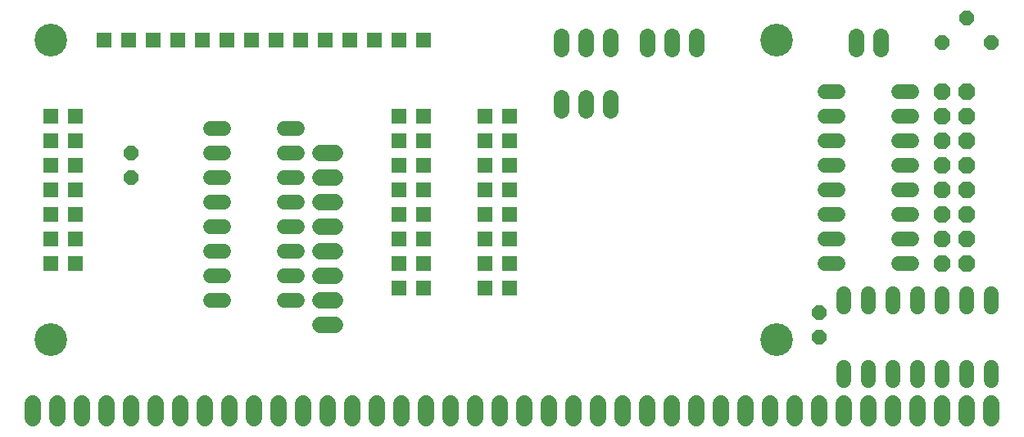
<source format=gts>
G75*
%MOIN*%
%OFA0B0*%
%FSLAX24Y24*%
%IPPOS*%
%LPD*%
%AMOC8*
5,1,8,0,0,1.08239X$1,22.5*
%
%ADD10C,0.0680*%
%ADD11OC8,0.0680*%
%ADD12OC8,0.0600*%
%ADD13C,0.0600*%
%ADD14R,0.0595X0.0595*%
%ADD15C,0.1330*%
%ADD16C,0.0640*%
D10*
X000680Y000880D02*
X000680Y001480D01*
X001680Y001480D02*
X001680Y000880D01*
X002680Y000880D02*
X002680Y001480D01*
X003680Y001480D02*
X003680Y000880D01*
X004680Y000880D02*
X004680Y001480D01*
X005680Y001480D02*
X005680Y000880D01*
X006680Y000880D02*
X006680Y001480D01*
X007680Y001480D02*
X007680Y000880D01*
X008680Y000880D02*
X008680Y001480D01*
X009680Y001480D02*
X009680Y000880D01*
X010680Y000880D02*
X010680Y001480D01*
X011680Y001480D02*
X011680Y000880D01*
X012680Y000880D02*
X012680Y001480D01*
X013680Y001480D02*
X013680Y000880D01*
X014680Y000880D02*
X014680Y001480D01*
X015680Y001480D02*
X015680Y000880D01*
X016680Y000880D02*
X016680Y001480D01*
X017680Y001480D02*
X017680Y000880D01*
X018680Y000880D02*
X018680Y001480D01*
X019680Y001480D02*
X019680Y000880D01*
X020680Y000880D02*
X020680Y001480D01*
X021680Y001480D02*
X021680Y000880D01*
X022680Y000880D02*
X022680Y001480D01*
X023680Y001480D02*
X023680Y000880D01*
X024680Y000880D02*
X024680Y001480D01*
X025680Y001480D02*
X025680Y000880D01*
X026680Y000880D02*
X026680Y001480D01*
X027680Y001480D02*
X027680Y000880D01*
X028680Y000880D02*
X028680Y001480D01*
X029680Y001480D02*
X029680Y000880D01*
X030680Y000880D02*
X030680Y001480D01*
X031680Y001480D02*
X031680Y000880D01*
X032680Y000880D02*
X032680Y001480D01*
X033680Y001480D02*
X033680Y000880D01*
X034680Y000880D02*
X034680Y001480D01*
X035680Y001480D02*
X035680Y000880D01*
X036680Y000880D02*
X036680Y001480D01*
X037680Y001480D02*
X037680Y000880D01*
X038680Y000880D02*
X038680Y001480D01*
X039680Y001480D02*
X039680Y000880D01*
X012980Y004680D02*
X012380Y004680D01*
X012380Y005680D02*
X012980Y005680D01*
X012980Y006680D02*
X012380Y006680D01*
X012380Y007680D02*
X012980Y007680D01*
X012980Y008680D02*
X012380Y008680D01*
X012380Y009680D02*
X012980Y009680D01*
X012980Y010680D02*
X012380Y010680D01*
X012380Y011680D02*
X012980Y011680D01*
D11*
X037680Y011180D03*
X038680Y011180D03*
X038680Y010180D03*
X037680Y010180D03*
X037680Y009180D03*
X038680Y009180D03*
X038680Y008180D03*
X037680Y008180D03*
X037680Y007180D03*
X038680Y007180D03*
X038680Y012180D03*
X037680Y012180D03*
X037680Y013180D03*
X038680Y013180D03*
X038680Y014180D03*
X037680Y014180D03*
D12*
X037690Y016180D03*
X039670Y016180D03*
X038680Y017180D03*
X032680Y005180D03*
X032680Y004180D03*
X004680Y010680D03*
X004680Y011680D03*
D13*
X007920Y011680D02*
X008440Y011680D01*
X008440Y012680D02*
X007920Y012680D01*
X010920Y012680D02*
X011440Y012680D01*
X011440Y011680D02*
X010920Y011680D01*
X010920Y010680D02*
X011440Y010680D01*
X011440Y009680D02*
X010920Y009680D01*
X010920Y008680D02*
X011440Y008680D01*
X011440Y007680D02*
X010920Y007680D01*
X010920Y006680D02*
X011440Y006680D01*
X011440Y005680D02*
X010920Y005680D01*
X008440Y005680D02*
X007920Y005680D01*
X007920Y006680D02*
X008440Y006680D01*
X008440Y007680D02*
X007920Y007680D01*
X007920Y008680D02*
X008440Y008680D01*
X008440Y009680D02*
X007920Y009680D01*
X007920Y010680D02*
X008440Y010680D01*
X032920Y010180D02*
X033440Y010180D01*
X033440Y009180D02*
X032920Y009180D01*
X032920Y008180D02*
X033440Y008180D01*
X033440Y007180D02*
X032920Y007180D01*
X033680Y005940D02*
X033680Y005420D01*
X034680Y005420D02*
X034680Y005940D01*
X035680Y005940D02*
X035680Y005420D01*
X036680Y005420D02*
X036680Y005940D01*
X037680Y005940D02*
X037680Y005420D01*
X038680Y005420D02*
X038680Y005940D01*
X039680Y005940D02*
X039680Y005420D01*
X036440Y007180D02*
X035920Y007180D01*
X035920Y008180D02*
X036440Y008180D01*
X036440Y009180D02*
X035920Y009180D01*
X035920Y010180D02*
X036440Y010180D01*
X036440Y011180D02*
X035920Y011180D01*
X035920Y012180D02*
X036440Y012180D01*
X036440Y013180D02*
X035920Y013180D01*
X035920Y014180D02*
X036440Y014180D01*
X033440Y014180D02*
X032920Y014180D01*
X032920Y013180D02*
X033440Y013180D01*
X033440Y012180D02*
X032920Y012180D01*
X032920Y011180D02*
X033440Y011180D01*
X033680Y002940D02*
X033680Y002420D01*
X034680Y002420D02*
X034680Y002940D01*
X035680Y002940D02*
X035680Y002420D01*
X036680Y002420D02*
X036680Y002940D01*
X037680Y002940D02*
X037680Y002420D01*
X038680Y002420D02*
X038680Y002940D01*
X039680Y002940D02*
X039680Y002420D01*
D14*
X020065Y006174D03*
X019065Y006174D03*
X019065Y007174D03*
X020065Y007174D03*
X020065Y008174D03*
X019065Y008174D03*
X019065Y009174D03*
X020065Y009174D03*
X020065Y010174D03*
X019065Y010174D03*
X019065Y011174D03*
X020065Y011174D03*
X020065Y012174D03*
X019065Y012174D03*
X019065Y013174D03*
X020065Y013174D03*
X016565Y013174D03*
X015565Y013174D03*
X015565Y012174D03*
X016565Y012174D03*
X016565Y011174D03*
X015565Y011174D03*
X015565Y010174D03*
X016565Y010174D03*
X016565Y009174D03*
X015565Y009174D03*
X015565Y008174D03*
X016565Y008174D03*
X016565Y007174D03*
X015565Y007174D03*
X015565Y006174D03*
X016565Y006174D03*
X002415Y007174D03*
X001415Y007174D03*
X001415Y008174D03*
X002415Y008174D03*
X002415Y009174D03*
X001415Y009174D03*
X001415Y010174D03*
X002415Y010174D03*
X002415Y011174D03*
X001415Y011174D03*
X001415Y012174D03*
X002415Y012174D03*
X002415Y013174D03*
X001415Y013174D03*
X003581Y016280D03*
X004581Y016280D03*
X005581Y016280D03*
X006581Y016280D03*
X007581Y016280D03*
X008581Y016280D03*
X009581Y016280D03*
X010581Y016280D03*
X011581Y016280D03*
X012581Y016280D03*
X013581Y016280D03*
X014581Y016280D03*
X015581Y016280D03*
X016581Y016280D03*
D15*
X030943Y016280D03*
X030943Y004080D03*
X001417Y004080D03*
X001417Y016280D03*
D16*
X022180Y016460D02*
X022180Y015900D01*
X023180Y015900D02*
X023180Y016460D01*
X024180Y016460D02*
X024180Y015900D01*
X025680Y015900D02*
X025680Y016460D01*
X026680Y016460D02*
X026680Y015900D01*
X027680Y015900D02*
X027680Y016460D01*
X024180Y013960D02*
X024180Y013400D01*
X023180Y013400D02*
X023180Y013960D01*
X022180Y013960D02*
X022180Y013400D01*
X034180Y015900D02*
X034180Y016460D01*
X035180Y016460D02*
X035180Y015900D01*
M02*

</source>
